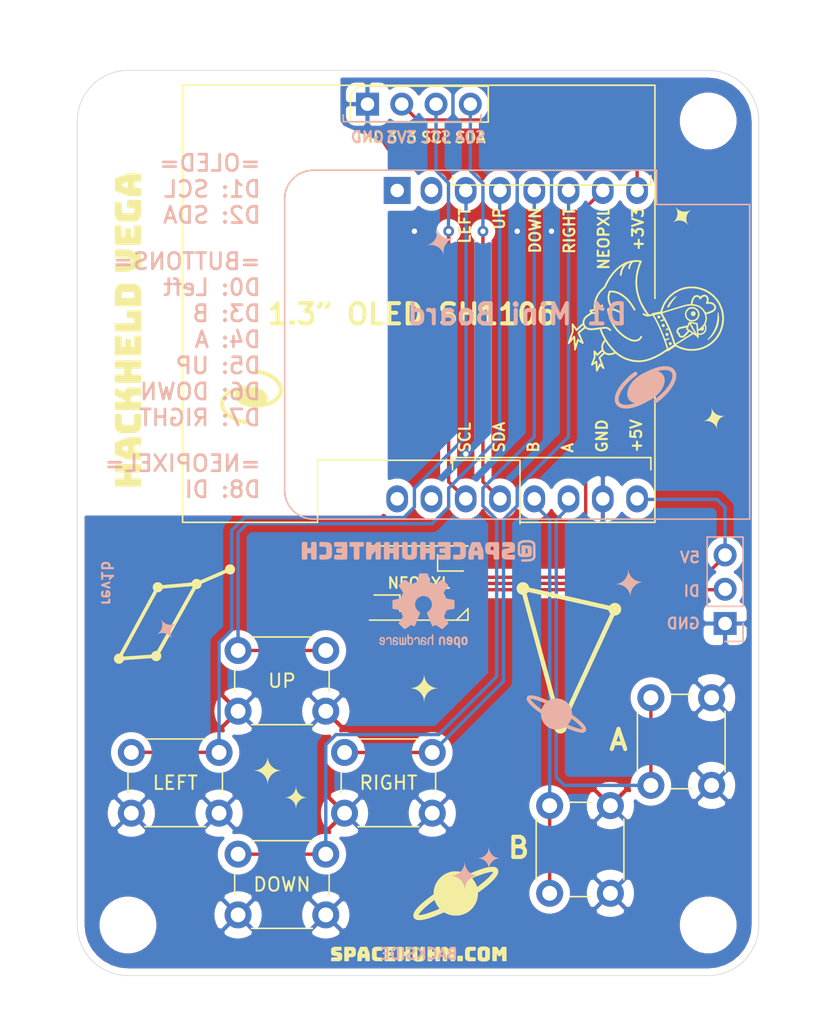
<source format=kicad_pcb>
(kicad_pcb (version 20171130) (host pcbnew 5.1.11-e4df9d881f~92~ubuntu20.04.1)
  (title_block (title "Hackheld Vega PCB") (date 2021-08-06) (rev 1) (company "Spacehuhn Technologies") (comment 1 "Designed with <3 by Stefan"))
  (layers (0 F.Cu signal) (31 B.Cu signal) (34 B.Paste user) (35 F.Paste user) (36 B.SilkS user) (37 F.SilkS user) (38 B.Mask user) (39 F.Mask user) (44 Edge.Cuts user))
  (net 0 "")
  (net 1 +5V)
  (net 2 /NEOPIXEL_OUT)
  (net 3 /NEOPIXEL)
  (net 4 GND)
  (net 5 +3V3)
  (net 6 /SCL)
  (net 7 /SDA)
  (net 8 /LEFT)
  (net 9 /RIGHT)
  (net 10 /UP)
  (net 11 /DOWN)
  (net 12 /A)
  (net 13 /B)
  (net 14 "Net-(U1-Pad16)")
  (net 15 "Net-(U1-Pad15)")
  (net 16 "Net-(U1-Pad1)")
  (net 17 "Net-(U1-Pad2)")
  (module "Hackheld Footprints:Neopixel_5050" (layer F.Cu) (at 125.8 148)
    (fp_text reference D1 hide)
    (fp_text value WS2812B)
    (pad 3 smd roundrect (at 2.45 1.6) (size 1.75 1) (layers F.Cu F.Paste F.Mask) (net 4 GND))
    (pad 4 smd roundrect (at 2.45 -1.6) (size 1.75 1) (layers F.Cu F.Paste F.Mask) (net 3 /NEOPIXEL))
    (pad 2 smd roundrect (at -2.45 1.6) (size 1.75 1) (layers F.Cu F.Paste F.Mask) (net 2 /NEOPIXEL_OUT))
    (pad 1 smd roundrect (at -2.45 -1.6) (size 1.75 1) (layers F.Cu F.Paste F.Mask) (net 1 +5V))
  )
  (module Button_Switch_THT:SW_PUSH_6mm (layer F.Cu) (at 112.41 153)
    (fp_text reference SW3 hide)
    (fp_text value SW_Push)
    (pad 1 thru_hole circle (at 6.5 0 90) (size 2 2) (drill 1.1) (layers *.Cu *.Mask) (net 10 /UP))
    (pad 2 thru_hole circle (at 6.5 4.5 90) (size 2 2) (drill 1.1) (layers *.Cu *.Mask) (net 4 GND))
    (pad 1 thru_hole circle (at 0 0 90) (size 2 2) (drill 1.1) (layers *.Cu *.Mask) (net 10 /UP))
    (pad 2 thru_hole circle (at 0 4.5 90) (size 2 2) (drill 1.1) (layers *.Cu *.Mask) (net 4 GND))
  )
  (module Button_Switch_THT:SW_PUSH_6mm (layer F.Cu) (at 104.5 160.56)
    (fp_text reference SW1 hide)
    (fp_text value SW_Push)
    (pad 1 thru_hole circle (at 6.5 0 90) (size 2 2) (drill 1.1) (layers *.Cu *.Mask) (net 8 /LEFT))
    (pad 2 thru_hole circle (at 6.5 4.5 90) (size 2 2) (drill 1.1) (layers *.Cu *.Mask) (net 4 GND))
    (pad 1 thru_hole circle (at 0 0 90) (size 2 2) (drill 1.1) (layers *.Cu *.Mask) (net 8 /LEFT))
    (pad 2 thru_hole circle (at 0 4.5 90) (size 2 2) (drill 1.1) (layers *.Cu *.Mask) (net 4 GND))
  )
  (module "Hackheld Footprints:planet_regular" (layer B.Cu) (at 136 157.7 180)
    (fp_text reference G*** hide)
    (fp_text value LOGO hide)
  )
  (module "Hackheld Footprints:D1_mini" (layer B.Cu) (at 124.2 118.9 270)
    (fp_text reference U1 hide)
    (fp_text value D1_mini)
    (pad 2 thru_hole oval (at 0 -2.54 270) (size 2 1.6) (drill 1) (layers *.Cu *.Mask) (net 17 "Net-(U1-Pad2)"))
    (pad 1 thru_hole rect (at 0 0 270) (size 2 2) (drill 1) (layers *.Cu *.Mask) (net 16 "Net-(U1-Pad1)"))
    (pad 3 thru_hole oval (at 0 -5.08 270) (size 2 1.6) (drill 1) (layers *.Cu *.Mask) (net 8 /LEFT))
    (pad 4 thru_hole oval (at 0 -7.62 270) (size 2 1.6) (drill 1) (layers *.Cu *.Mask) (net 10 /UP))
    (pad 5 thru_hole oval (at 0 -10.16 270) (size 2 1.6) (drill 1) (layers *.Cu *.Mask) (net 11 /DOWN))
    (pad 6 thru_hole oval (at 0 -12.7 270) (size 2 1.6) (drill 1) (layers *.Cu *.Mask) (net 9 /RIGHT))
    (pad 7 thru_hole oval (at 0 -15.24 270) (size 2 1.6) (drill 1) (layers *.Cu *.Mask) (net 3 /NEOPIXEL))
    (pad 8 thru_hole oval (at 0 -17.78 270) (size 2 1.6) (drill 1) (layers *.Cu *.Mask) (net 5 +3V3))
    (pad 9 thru_hole oval (at 22.86 -17.78 270) (size 2 1.6) (drill 1) (layers *.Cu *.Mask) (net 1 +5V))
    (pad 10 thru_hole oval (at 22.86 -15.24 270) (size 2 1.6) (drill 1) (layers *.Cu *.Mask) (net 4 GND))
    (pad 11 thru_hole oval (at 22.86 -12.7 270) (size 2 1.6) (drill 1) (layers *.Cu *.Mask) (net 12 /A))
    (pad 12 thru_hole oval (at 22.86 -10.16 270) (size 2 1.6) (drill 1) (layers *.Cu *.Mask) (net 13 /B))
    (pad 13 thru_hole oval (at 22.86 -7.62 270) (size 2 1.6) (drill 1) (layers *.Cu *.Mask) (net 7 /SDA))
    (pad 14 thru_hole oval (at 22.86 -5.08 270) (size 2 1.6) (drill 1) (layers *.Cu *.Mask) (net 6 /SCL))
    (pad 15 thru_hole oval (at 22.86 -2.54 270) (size 2 1.6) (drill 1) (layers *.Cu *.Mask) (net 15 "Net-(U1-Pad15)"))
    (pad 16 thru_hole oval (at 22.86 0 270) (size 2 1.6) (drill 1) (layers *.Cu *.Mask) (net 14 "Net-(U1-Pad16)"))
  )
  (module "Hackheld Footprints:HackHeld_Vega" (layer F.Cu) (at 104.25 129.25 90)
    (fp_text reference G*** hide)
    (fp_text value LOGO hide)
  )
  (module "Hackheld Footprints:star_small" (layer B.Cu) (at 127.4 122.7 15)
    (fp_text reference G*** hide)
    (fp_text value LOGO hide)
  )
  (module "Hackheld Footprints:galaxy1_regular" (layer B.Cu) (at 142.6 133.5)
    (fp_text reference G*** hide)
    (fp_text value LOGO hide)
  )
  (module "Hackheld Footprints:star_tiny" (layer B.Cu) (at 107.1 151.4 30)
    (fp_text reference G*** hide)
    (fp_text value LOGO hide)
  )
  (module "Hackheld Footprints:star_small" (layer B.Cu) (at 141.4 148 5)
    (fp_text reference G*** hide)
    (fp_text value LOGO hide)
  )
  (module "Hackheld Footprints:star_tiny" (layer B.Cu) (at 131 168.4)
    (fp_text reference G*** hide)
    (fp_text value LOGO hide)
  )
  (module "Hackheld Footprints:star_small" (layer B.Cu) (at 129.2 169.7)
    (fp_text reference G*** hide)
    (fp_text value LOGO hide)
  )
  (module "Hackheld Footprints:@spacehuhntech_big" (layer B.Cu) (at 125.8 145.6 180)
    (fp_text reference G*** hide)
    (fp_text value LOGO hide)
  )
  (module Symbol:OSHW-Logo2_7.3x6mm_SilkScreen (layer B.Cu) (at 126.15 150.05 180)
    (fp_text reference REF** hide)
    (fp_text value OSHW-Logo2_7.3x6mm_SilkScreen hide)
  )
  (module "Hackheld Footprints:lyra" (layer F.Cu) (at 107.7 150.3 345)
    (fp_text reference G*** hide)
    (fp_text value LOGO hide)
  )
  (module "Hackheld Footprints:summer_triangle" (layer F.Cu) (at 136.45 153.7 354)
    (fp_text reference G*** hide)
    (fp_text value LOGO hide)
  )
  (module "Hackheld Footprints:star_tiny" (layer F.Cu) (at 147.7 135.8 15)
    (fp_text reference G*** hide)
    (fp_text value LOGO hide)
  )
  (module "Hackheld Footprints:star_tiny" (layer F.Cu) (at 145.3 120.8 35)
    (fp_text reference G*** hide)
    (fp_text value LOGO hide)
  )
  (module "Hackheld Footprints:star_small" (layer F.Cu) (at 126.2 155.8 90)
    (fp_text reference G*** hide)
    (fp_text value LOGO hide)
  )
  (module "Hackheld Footprints:star_tiny" (layer F.Cu) (at 116.7 163.9)
    (fp_text reference G*** hide)
    (fp_text value LOGO hide)
  )
  (module "Hackheld Footprints:star_small" (layer F.Cu) (at 114.6 161.9)
    (fp_text reference G*** hide)
    (fp_text value LOGO hide)
  )
  (module "Hackheld Footprints:galaxy2_regular" (layer F.Cu) (at 113.4 134.2 30)
    (fp_text reference G*** hide)
    (fp_text value LOGO hide)
  )
  (module "Hackheld Footprints:spacehuhn" (layer F.Cu) (at 142.3 128.423536 300)
    (fp_text reference G*** hide)
    (fp_text value LOGO hide)
  )
  (module "Hackheld Footprints:planet_big" (layer F.Cu) (at 128.55 171)
    (fp_text reference G*** hide)
    (fp_text value LOGO hide)
  )
  (module "Hackheld Footprints:spacehuhncom" (layer F.Cu) (at 125.803597 175.5)
    (fp_text reference G*** hide)
    (fp_text value LOGO hide)
  )
  (module "Hackheld Footprints:PinSocket_OLED" (layer F.Cu) (at 122 112.5 90)
    (fp_text reference J1 hide)
    (fp_text value Conn_01x04_Female)
    (fp_text user 3V3 (at -2.4765 2.54 180) (layer F.SilkS) (effects (font (size 0.8 0.8) (thickness 0.16))))
    (fp_text user GND (at -2.4765 0 180) (layer F.SilkS) (effects (font (size 0.8 0.8) (thickness 0.16))))
    (fp_text user SCL (at -2.4765 5.08 180) (layer F.SilkS) (effects (font (size 0.8 0.8) (thickness 0.16))))
    (fp_text user SDA (at -2.4765 7.62 180) (layer F.SilkS) (effects (font (size 0.8 0.8) (thickness 0.16))))
    (pad 4 thru_hole oval (at 0 7.62 90) (size 1.7 1.7) (drill 1) (layers *.Cu *.Mask) (net 7 /SDA))
    (pad 3 thru_hole oval (at 0 5.08 90) (size 1.7 1.7) (drill 1) (layers *.Cu *.Mask) (net 6 /SCL))
    (pad 2 thru_hole oval (at 0 2.54 90) (size 1.7 1.7) (drill 1) (layers *.Cu *.Mask) (net 5 +3V3))
    (pad 1 thru_hole rect (at 0 0 90) (size 1.7 1.7) (drill 1) (layers *.Cu *.Mask) (net 4 GND))
  )
  (module MountingHole:MountingHole_3.2mm_M3 (layer F.Cu) (at 104.25 113.75)
    (fp_text reference REF** hide)
    (fp_text value MountingHole_3.2mm_M3)
    (pad 1 np_thru_hole circle (at 0 0) (size 3.2 3.2) (drill 3.2) (layers *.Cu *.Mask))
  )
  (module MountingHole:MountingHole_3.2mm_M3 (layer F.Cu) (at 104.25 173.35)
    (fp_text reference REF** hide)
    (fp_text value MountingHole_3.2mm_M3)
    (pad 1 np_thru_hole circle (at 0 0) (size 3.2 3.2) (drill 3.2) (layers *.Cu *.Mask))
  )
  (module MountingHole:MountingHole_3.2mm_M3 (layer F.Cu) (at 147.25 173.35)
    (fp_text reference REF** hide)
    (fp_text value MountingHole_3.2mm_M3)
    (pad 1 np_thru_hole circle (at 0 0) (size 3.2 3.2) (drill 3.2) (layers *.Cu *.Mask))
  )
  (module MountingHole:MountingHole_3.2mm_M3 (layer F.Cu) (at 147.25 113.75)
    (fp_text reference REF** hide)
    (fp_text value MountingHole_3.2mm_M3)
    (pad 1 np_thru_hole circle (at 0 0) (size 3.2 3.2) (drill 3.2) (layers *.Cu *.Mask))
  )
  (module Connector_PinSocket_2.54mm:PinSocket_1x03_P2.54mm_Vertical (layer B.Cu) (at 148.5 151)
    (fp_text reference J2 hide)
    (fp_text value Conn_01x03_Female)
    (pad 3 thru_hole oval (at 0 -5.08) (size 1.7 1.7) (drill 1) (layers *.Cu *.Mask) (net 1 +5V))
    (pad 2 thru_hole oval (at 0 -2.54) (size 1.7 1.7) (drill 1) (layers *.Cu *.Mask) (net 2 /NEOPIXEL_OUT))
    (pad 1 thru_hole rect (at 0 0) (size 1.7 1.7) (drill 1) (layers *.Cu *.Mask) (net 4 GND))
  )
  (module Button_Switch_THT:SW_PUSH_6mm (layer F.Cu) (at 135.5 171 90)
    (fp_text reference SW6 hide)
    (fp_text value SW_Push)
    (pad 1 thru_hole circle (at 6.5 0 180) (size 2 2) (drill 1.1) (layers *.Cu *.Mask) (net 13 /B))
    (pad 2 thru_hole circle (at 6.5 4.5 180) (size 2 2) (drill 1.1) (layers *.Cu *.Mask) (net 4 GND))
    (pad 1 thru_hole circle (at 0 0 180) (size 2 2) (drill 1.1) (layers *.Cu *.Mask) (net 13 /B))
    (pad 2 thru_hole circle (at 0 4.5 180) (size 2 2) (drill 1.1) (layers *.Cu *.Mask) (net 4 GND))
  )
  (module Button_Switch_THT:SW_PUSH_6mm (layer F.Cu) (at 143 163 90)
    (fp_text reference SW5 hide)
    (fp_text value SW_Push)
    (pad 1 thru_hole circle (at 6.5 0 180) (size 2 2) (drill 1.1) (layers *.Cu *.Mask) (net 12 /A))
    (pad 2 thru_hole circle (at 6.5 4.5 180) (size 2 2) (drill 1.1) (layers *.Cu *.Mask) (net 4 GND))
    (pad 1 thru_hole circle (at 0 0 180) (size 2 2) (drill 1.1) (layers *.Cu *.Mask) (net 12 /A))
    (pad 2 thru_hole circle (at 0 4.5 180) (size 2 2) (drill 1.1) (layers *.Cu *.Mask) (net 4 GND))
  )
  (module Button_Switch_THT:SW_PUSH_6mm (layer F.Cu) (at 112.41 168.1)
    (fp_text reference SW4 hide)
    (fp_text value SW_Push)
    (pad 1 thru_hole circle (at 6.5 0 90) (size 2 2) (drill 1.1) (layers *.Cu *.Mask) (net 11 /DOWN))
    (pad 2 thru_hole circle (at 6.5 4.5 90) (size 2 2) (drill 1.1) (layers *.Cu *.Mask) (net 4 GND))
    (pad 1 thru_hole circle (at 0 0 90) (size 2 2) (drill 1.1) (layers *.Cu *.Mask) (net 11 /DOWN))
    (pad 2 thru_hole circle (at 0 4.5 90) (size 2 2) (drill 1.1) (layers *.Cu *.Mask) (net 4 GND))
  )
  (module Button_Switch_THT:SW_PUSH_6mm (layer F.Cu) (at 120.3 160.56)
    (fp_text reference SW2 hide)
    (fp_text value SW_Push)
    (pad 1 thru_hole circle (at 6.5 0 90) (size 2 2) (drill 1.1) (layers *.Cu *.Mask) (net 9 /RIGHT))
    (pad 2 thru_hole circle (at 6.5 4.5 90) (size 2 2) (drill 1.1) (layers *.Cu *.Mask) (net 4 GND))
    (pad 1 thru_hole circle (at 0 0 90) (size 2 2) (drill 1.1) (layers *.Cu *.Mask) (net 9 /RIGHT))
    (pad 2 thru_hole circle (at 0 4.5 90) (size 2 2) (drill 1.1) (layers *.Cu *.Mask) (net 4 GND))
  )
  (gr_line (start 130.4 113.8) (end 130.4 113.3) (layer B.SilkS) (width 0.12))
  (gr_text GND (at 122 114.935) (layer B.SilkS) (effects (font (size 0.8 0.8) (thickness 0.16)) (justify mirror)))
  (gr_text SCL (at 127.08 114.935) (layer B.SilkS) (effects (font (size 0.8 0.8) (thickness 0.16)) (justify mirror)))
  (gr_line (start 118.3 138.9) (end 133.3 138.9) (layer F.SilkS) (width 0.12))
  (gr_line (start 120.2 113.8) (end 120.2 113.3) (layer B.SilkS) (width 0.12))
  (gr_line (start 120.2 113.8) (end 130.4 113.8) (layer B.SilkS) (width 0.12))
  (gr_text 3V3 (at 124.54 114.935) (layer B.SilkS) (effects (font (size 0.8 0.8) (thickness 0.16)) (justify mirror)))
  (gr_text SDA (at 129.62 114.935) (layer B.SilkS) (effects (font (size 0.8 0.8) (thickness 0.16)) (justify mirror)))
  (gr_text rev1b (at 102.7 148 -90) (layer B.SilkS) (effects (font (size 0.8 0.8) (thickness 0.16)) (justify mirror)))
  (gr_text LEFT (at 129.216 121.489048 90) (layer F.SilkS) (effects (font (size 0.8 0.8) (thickness 0.16))))
  (gr_text UP (at 131.756 120.974762 90) (layer F.SilkS) (effects (font (size 0.8 0.8) (thickness 0.16))))
  (gr_text +3V3 (at 142.044 121.755714 90) (layer F.SilkS) (effects (font (size 0.8 0.8) (thickness 0.16))))
  (gr_text +5V (at 141.916 137.095238 90) (layer F.SilkS) (effects (font (size 0.8 0.8) (thickness 0.16))))
  (gr_text GND (at 139.376 137.095238 90) (layer F.SilkS) (effects (font (size 0.8 0.8) (thickness 0.16))))
  (gr_text NEOPXL (at 139.504 122.460476 90) (layer F.SilkS) (effects (font (size 0.8 0.8) (thickness 0.16))))
  (gr_text DOWN (at 134.424 121.850952 90) (layer F.SilkS) (effects (font (size 0.8 0.8) (thickness 0.16))))
  (gr_text RIGHT (at 136.964 121.87 90) (layer F.SilkS) (effects (font (size 0.8 0.8) (thickness 0.16))))
  (gr_text A (at 136.836 137.971429 90) (layer F.SilkS) (effects (font (size 0.8 0.8) (thickness 0.16))))
  (gr_text B (at 134.296 137.914286 90) (layer F.SilkS) (effects (font (size 0.8 0.8) (thickness 0.16))))
  (gr_text SDA (at 131.756 137.190477 90) (layer F.SilkS) (effects (font (size 0.8 0.8) (thickness 0.16))))
  (gr_text SCL (at 129.216 137.209524 90) (layer F.SilkS) (effects (font (size 0.8 0.8) (thickness 0.16))))
  (gr_text "=OLED=\nD1: SCL\nD2: SDA" (at 114.2 118.8) (layer B.SilkS) (effects (font (size 1.2 1.2) (thickness 0.2)) (justify left mirror)))
  (gr_text "=BUTTONS=\nD0: Left\nD3: B\nD4: A\nD5: UP\nD6: DOWN\nD7: RIGHT" (at 114.2 129.95) (layer B.SilkS) (effects (font (size 1.2 1.2) (thickness 0.2)) (justify left mirror)))
  (gr_text "=NEOPIXEL=\nD8: DI" (at 114.2 140.1) (layer B.SilkS) (effects (font (size 1.2 1.2) (thickness 0.2)) (justify left mirror)))
  (gr_line (start 143 118.5) (end 143 117.8) (layer F.SilkS) (width 0.12))
  (gr_line (start 128.3 118.5) (end 128.3 117.8) (layer F.SilkS) (width 0.12))
  (gr_line (start 143 118.5) (end 128.3 118.5) (layer F.SilkS) (width 0.12))
  (gr_line (start 143 138.7) (end 143 139.6) (layer F.SilkS) (width 0.12))
  (gr_line (start 128.3 138.7) (end 143 138.7) (layer F.SilkS) (width 0.12))
  (gr_line (start 128.3 139.6) (end 128.3 138.7) (layer F.SilkS) (width 0.12))
  (gr_text "1.3” OLED SH1106" (at 125.3 128.075) (layer F.SilkS) (effects (font (size 1.5 1.5) (thickness 0.3))))
  (gr_text BACKSIDE (at 125.8 175.5) (layer B.SilkS) (effects (font (size 0.8 0.8) (thickness 0.16)) (justify mirror)))
  (gr_line (start 143.3 143.5) (end 143.3 132.3) (layer F.SilkS) (width 0.12))
  (gr_line (start 143.3 111.1) (end 143.3 126.9) (layer F.SilkS) (width 0.12))
  (gr_text "D1 Mini Board" (at 133.09 128.075) (layer B.SilkS) (effects (font (size 1.5 1.5) (thickness 0.3)) (justify mirror)))
  (gr_line (start 108.3 111.1) (end 143.3 111.1) (layer F.SilkS) (width 0.12))
  (gr_line (start 118.3 143.5) (end 108.3 143.5) (layer F.SilkS) (width 0.12))
  (gr_line (start 133.3 143.5) (end 143.3 143.5) (layer F.SilkS) (width 0.12))
  (gr_line (start 133.3 138.9) (end 133.3 143.6) (layer F.SilkS) (width 0.12))
  (gr_line (start 118.3 143.5) (end 118.3 138.8) (layer F.SilkS) (width 0.12))
  (gr_text A (at 140.6 159.629999) (layer F.SilkS) (effects (font (size 1.5 1.5) (thickness 0.3))))
  (gr_text B (at 133.2 167.629999) (layer F.SilkS) (effects (font (size 1.5 1.5) (thickness 0.3))))
  (gr_text DOWN (at 115.66 170.35) (layer F.SilkS) (effects (font (size 1 1))))
  (gr_text RIGHT (at 123.55 162.81) (layer F.SilkS) (effects (font (size 1 1))))
  (gr_text LEFT (at 107.75 162.81) (layer F.SilkS) (effects (font (size 1 1))))
  (gr_text UP (at 115.66 155.25) (layer F.SilkS) (effects (font (size 1 1))))
  (gr_text NEOPXL (at 125.8 148) (layer F.SilkS) (effects (font (size 0.8 0.8))))
  (gr_text 5V (at 145.895238 146.1) (layer B.SilkS) (effects (font (size 0.8 0.8) (thickness 0.16)) (justify mirror)))
  (gr_text DI (at 146.028572 148.6) (layer B.SilkS) (effects (font (size 0.8 0.8) (thickness 0.16)) (justify mirror)))
  (gr_text GND (at 145.4 151) (layer B.SilkS) (effects (font (size 0.8 0.8) (thickness 0.16)) (justify mirror)))
  (gr_line (start 108.3 143.5) (end 108.3 111.1) (layer F.SilkS) (width 0.12))
  (gr_arc (start 104.25 113.75) (end 104.25 110) (angle -90) (layer Edge.Cuts) (width 0.05))
  (gr_arc (start 147.25 113.75) (end 151 113.75) (angle -90) (layer Edge.Cuts) (width 0.05))
  (gr_arc (start 147.25 173.35) (end 147.25 177.1) (angle -90) (layer Edge.Cuts) (width 0.05))
  (gr_arc (start 104.25 173.35) (end 100.5 173.35) (angle -90) (layer Edge.Cuts) (width 0.05))
  (gr_line (start 104.25 110) (end 147.25 110) (layer Edge.Cuts) (width 0.05))
  (gr_line (start 100.5 173.35) (end 100.5 113.75) (layer Edge.Cuts) (width 0.05))
  (gr_line (start 147.25 177.1) (end 104.25 177.1) (layer Edge.Cuts) (width 0.05))
  (gr_line (start 151 173.35) (end 151 113.75) (layer Edge.Cuts) (width 0.05))
  (segment (start 148.5 145.42) (end 148.42 145.5) (width 0.25) (layer F.Cu) (net 1))
  (segment (start 148.5 145.445) (end 148.055 145.445) (width 0.25) (layer F.Cu) (net 1))
  (segment (start 148.12 145.8) (end 148.5 145.42) (width 0.25) (layer B.Cu) (net 1))
  (segment (start 148.5 145.92) (end 148.5 145.9876) (width 0.25) (layer F.Cu) (net 1))
  (segment (start 148.5 145.9876) (end 146.4564 148.0312) (width 0.25) (layer F.Cu) (net 1))
  (segment (start 146.4564 148.0312) (end 125.3617 148.0312) (width 0.25) (layer F.Cu) (net 1))
  (segment (start 125.3617 148.0312) (end 123.7305 146.4) (width 0.25) (layer F.Cu) (net 1))
  (segment (start 123.7305 146.4) (end 122.85 146.4) (width 0.25) (layer F.Cu) (net 1))
  (segment (start 148.5 142.404) (end 148.5 145.92) (width 0.25) (layer B.Cu) (net 1))
  (segment (start 147.896 141.8) (end 148.5 142.404) (width 0.25) (layer B.Cu) (net 1))
  (segment (start 142.02 141.8) (end 147.896 141.8) (width 0.25) (layer B.Cu) (net 1))
  (segment (start 141.98 141.76) (end 142.02 141.8) (width 0.25) (layer B.Cu) (net 1))
  (segment (start 148.21 148.25) (end 148.5 147.96) (width 0.25) (layer F.Cu) (net 2))
  (segment (start 147.985 148.5) (end 147.980589 148.495589) (width 0.25) (layer F.Cu) (net 2))
  (segment (start 147.980589 148.495589) (end 128.718 148.495589) (width 0.25) (layer F.Cu) (net 2))
  (segment (start 124.8167 148.5) (end 123.7167 149.6) (width 0.25) (layer F.Cu) (net 2))
  (segment (start 128.718 148.495589) (end 128.713589 148.5) (width 0.25) (layer F.Cu) (net 2))
  (segment (start 128.713589 148.5) (end 124.8167 148.5) (width 0.25) (layer F.Cu) (net 2))
  (segment (start 123.7167 149.6) (end 122.85 149.6) (width 0.25) (layer F.Cu) (net 2))
  (segment (start 128.6565 146.4) (end 127.75 146.4) (width 0.25) (layer F.Cu) (net 3))
  (segment (start 129.8305 147.574) (end 128.6565 146.4) (width 0.25) (layer F.Cu) (net 3))
  (segment (start 136.779 147.574) (end 129.8305 147.574) (width 0.25) (layer F.Cu) (net 3))
  (segment (start 138.17092 146.18208) (end 136.779 147.574) (width 0.25) (layer F.Cu) (net 3))
  (segment (start 138.17092 120.16908) (end 138.17092 146.18208) (width 0.25) (layer F.Cu) (net 3))
  (segment (start 139.38 118.96) (end 138.17092 120.16908) (width 0.25) (layer F.Cu) (net 3))
  (segment (start 139.4 118.96) (end 139.38 118.96) (width 0.25) (layer F.Cu) (net 3))
  (segment (start 139.34 118.9) (end 139.4 118.96) (width 0.25) (layer F.Cu) (net 3))
  (segment (start 127.85 149.5) (end 127.75 149.6) (width 0.25) (layer F.Cu) (net 4))
  (segment (start 148.5 150.525) (end 148.475 150.5) (width 0.25) (layer F.Cu) (net 4))
  (segment (start 148.5 151) (end 147.975 151) (width 0.25) (layer F.Cu) (net 4))
  (segment (start 104.87 165.06) (end 104.5 165.06) (width 0.25) (layer B.Cu) (net 4))
  (segment (start 126.45 165.06) (end 126.8 165.06) (width 0.25) (layer B.Cu) (net 4))
  (segment (start 147.5 163.5) (end 147.5 163) (width 0.25) (layer B.Cu) (net 4))
  (segment (start 122 112.5) (end 122 111.8) (width 0.25) (layer B.Cu) (net 4))
  (segment (start 128.25 149.6) (end 128.6189 149.6) (width 0.25) (layer F.Cu) (net 4))
  (via (at 129.286 138.43) (size 0.8) (drill 0.4) (layers F.Cu B.Cu) (net 4))
  (segment (start 135.636 116.586) (end 135.636 121.92) (width 0.25) (layer B.Cu) (net 4))
  (segment (start 133.096 121.92) (end 133.096 116.586) (width 0.25) (layer B.Cu) (net 4))
  (segment (start 125.476 121.92) (end 125.525001 121.870999) (width 0.25) (layer B.Cu) (net 4))
  (via (at 125.476 121.92) (size 0.8) (drill 0.4) (layers F.Cu B.Cu) (net 4))
  (segment (start 135.509 116.459) (end 135.636 116.586) (width 0.25) (layer B.Cu) (net 4))
  (segment (start 133.096 116.586) (end 133.223 116.459) (width 0.25) (layer B.Cu) (net 4))
  (segment (start 133.223 116.459) (end 135.509 116.459) (width 0.25) (layer B.Cu) (net 4))
  (segment (start 127.8255 110.744) (end 128.3335 111.252) (width 0.25) (layer B.Cu) (net 4))
  (segment (start 122.301 110.744) (end 127.8255 110.744) (width 0.25) (layer B.Cu) (net 4))
  (segment (start 122 111.045) (end 122.301 110.744) (width 0.25) (layer B.Cu) (net 4))
  (segment (start 128.3335 111.252) (end 128.3335 115.57) (width 0.25) (layer B.Cu) (net 4))
  (segment (start 122 112.5) (end 122 111.045) (width 0.25) (layer B.Cu) (net 4))
  (via (at 135.636 121.92) (size 0.8) (drill 0.4) (layers F.Cu B.Cu) (net 4))
  (via (at 133.096 121.92) (size 0.8) (drill 0.4) (layers F.Cu B.Cu) (net 4))
  (segment (start 141.88 118.88) (end 141.88 118.9) (width 0.25) (layer F.Cu) (net 5))
  (segment (start 141.361001 113.675001) (end 125.715001 113.675001) (width 0.25) (layer F.Cu) (net 5))
  (segment (start 125.715001 113.675001) (end 124.54 112.5) (width 0.25) (layer F.Cu) (net 5))
  (segment (start 141.98 114.294) (end 141.361001 113.675001) (width 0.25) (layer F.Cu) (net 5))
  (segment (start 141.98 118.9) (end 141.98 114.294) (width 0.25) (layer F.Cu) (net 5))
  (segment (start 127.08 112.5) (end 127.08 117.428) (width 0.25) (layer B.Cu) (net 6))
  (segment (start 127.08 117.428) (end 128.003002 118.351002) (width 0.25) (layer B.Cu) (net 6))
  (segment (start 128.003002 118.351002) (end 128.003002 121.803002) (width 0.25) (layer B.Cu) (net 6))
  (segment (start 128.016 140.496) (end 128.016 121.92) (width 0.25) (layer F.Cu) (net 6))
  (segment (start 129.28 141.76) (end 128.016 140.496) (width 0.25) (layer F.Cu) (net 6))
  (via (at 128.016 121.92) (size 0.8) (drill 0.4) (layers F.Cu B.Cu) (net 6))
  (segment (start 130.556 140.496) (end 130.556 121.926) (width 0.25) (layer F.Cu) (net 7))
  (segment (start 131.82 141.76) (end 130.556 140.496) (width 0.25) (layer F.Cu) (net 7))
  (segment (start 129.62 112.5) (end 129.62 117.428) (width 0.25) (layer B.Cu) (net 7))
  (segment (start 129.62 117.428) (end 130.556 118.364) (width 0.25) (layer B.Cu) (net 7))
  (segment (start 130.556 118.364) (end 130.556 121.926) (width 0.25) (layer B.Cu) (net 7))
  (via (at 130.556 121.926) (size 0.8) (drill 0.4) (layers F.Cu B.Cu) (net 7))
  (segment (start 111 160.55) (end 104.5 160.55) (width 0.25) (layer F.Cu) (net 8))
  (segment (start 129.18 118.9) (end 129.3 119.02) (width 0.25) (layer B.Cu) (net 8))
  (segment (start 129.3 119.02) (end 129.3 137.146) (width 0.25) (layer B.Cu) (net 8))
  (segment (start 129.3 137.146) (end 125.476 140.97) (width 0.25) (layer B.Cu) (net 8))
  (segment (start 125.476 140.97) (end 125.476 142.367) (width 0.25) (layer B.Cu) (net 8))
  (segment (start 125.476 142.367) (end 124.7013 143.1417) (width 0.25) (layer B.Cu) (net 8))
  (segment (start 112.8903 143.1417) (end 111.9378 144.0942) (width 0.25) (layer B.Cu) (net 8))
  (segment (start 124.7013 143.1417) (end 112.8903 143.1417) (width 0.25) (layer B.Cu) (net 8))
  (segment (start 111.9378 151.4856) (end 111 152.4234) (width 0.25) (layer B.Cu) (net 8))
  (segment (start 111.9378 144.0942) (end 111.9378 151.4856) (width 0.25) (layer B.Cu) (net 8))
  (segment (start 111 152.4234) (end 111 160.56) (width 0.25) (layer B.Cu) (net 8))
  (segment (start 126.8 160.56) (end 120.3 160.56) (width 0.25) (layer F.Cu) (net 9))
  (segment (start 132.08 143.291004) (end 132.08 155.28) (width 0.25) (layer B.Cu) (net 9))
  (segment (start 133.096 142.275004) (end 132.08 143.291004) (width 0.25) (layer B.Cu) (net 9))
  (segment (start 133.096 140.97) (end 133.096 142.275004) (width 0.25) (layer B.Cu) (net 9))
  (segment (start 136.9 137.166) (end 133.096 140.97) (width 0.25) (layer B.Cu) (net 9))
  (segment (start 136.9 118.9) (end 136.9 137.166) (width 0.25) (layer B.Cu) (net 9))
  (segment (start 132.08 155.28) (end 126.8 160.56) (width 0.25) (layer B.Cu) (net 9))
  (segment (start 118.95 153) (end 112.45 153) (width 0.25) (layer F.Cu) (net 10))
  (segment (start 113.07318 143.5989) (end 112.41 144.26208) (width 0.25) (layer B.Cu) (net 10))
  (segment (start 112.41 144.26208) (end 112.41 153) (width 0.25) (layer B.Cu) (net 10))
  (segment (start 126.7841 143.5989) (end 113.07318 143.5989) (width 0.25) (layer B.Cu) (net 10))
  (segment (start 128.016 142.367) (end 126.7841 143.5989) (width 0.25) (layer B.Cu) (net 10))
  (segment (start 128.016 140.97) (end 128.016 142.367) (width 0.25) (layer B.Cu) (net 10))
  (segment (start 131.8 137.186) (end 128.016 140.97) (width 0.25) (layer B.Cu) (net 10))
  (segment (start 131.8 118.98) (end 131.8 137.186) (width 0.25) (layer B.Cu) (net 10))
  (segment (start 131.72 118.9) (end 131.8 118.98) (width 0.25) (layer B.Cu) (net 10))
  (segment (start 118.91 168.1) (end 111.7 168.1) (width 0.25) (layer F.Cu) (net 11))
  (segment (start 130.556 140.97) (end 134.36 137.166) (width 0.25) (layer B.Cu) (net 11))
  (segment (start 130.556 142.287004) (end 130.556 140.97) (width 0.25) (layer B.Cu) (net 11))
  (segment (start 131.572 154.94) (end 131.572 143.303004) (width 0.25) (layer B.Cu) (net 11))
  (segment (start 127.277001 159.234999) (end 131.572 154.94) (width 0.25) (layer B.Cu) (net 11))
  (segment (start 131.572 143.303004) (end 130.556 142.287004) (width 0.25) (layer B.Cu) (net 11))
  (segment (start 119.663999 159.234999) (end 127.277001 159.234999) (width 0.25) (layer B.Cu) (net 11))
  (segment (start 118.91 159.988998) (end 119.663999 159.234999) (width 0.25) (layer B.Cu) (net 11))
  (segment (start 134.36 137.166) (end 134.36 118.9) (width 0.25) (layer B.Cu) (net 11))
  (segment (start 118.91 168.1) (end 118.91 159.988998) (width 0.25) (layer B.Cu) (net 11))
  (segment (start 143 163) (end 143 156.5) (width 0.25) (layer F.Cu) (net 12))
  (segment (start 135.9916 143.312704) (end 136.9 142.404304) (width 0.25) (layer B.Cu) (net 12))
  (segment (start 135.9916 162.4076) (end 135.9916 143.312704) (width 0.25) (layer B.Cu) (net 12))
  (segment (start 136.9 142.404304) (end 136.9 141.76) (width 0.25) (layer B.Cu) (net 12))
  (segment (start 136.584 163) (end 135.9916 162.4076) (width 0.25) (layer B.Cu) (net 12))
  (segment (start 143 163) (end 136.584 163) (width 0.25) (layer B.Cu) (net 12))
  (segment (start 135.5 171) (end 135.5 164.5) (width 0.25) (layer F.Cu) (net 13))
  (segment (start 134.36 141.76) (end 134.36 142.1705) (width 0.25) (layer B.Cu) (net 13))
  (segment (start 134.36 142.1705) (end 135.5 143.3105) (width 0.25) (layer B.Cu) (net 13))
  (segment (start 135.5 143.3105) (end 135.5 164.5) (width 0.25) (layer B.Cu) (net 13))
  (zone (net 0) (net_name "") (layers F&B.Cu) (connect_pads (clearance 0.508)) (min_thickness 0.254)
    (keepout (tracks not_allowed) (vias not_allowed) (copperpour not_allowed))
    (fill (arc_segments 32) (thermal_gap 0.508) (thermal_bridge_width 0.508))
    (polygon (pts (xy 119.75 114.25) (xy 123 115.75) (xy 123 142.75) (xy 99.568 142.75) (xy 99.568 109.22) (xy 119.75 109.22)))
  )
  (zone (net 4) (net_name GND) (layer B.Cu) (connect_pads (clearance 0.508)) (min_thickness 0.254) (fill yes (arc_segments 32) (thermal_gap 0.75) (thermal_bridge_width 0.3) (smoothing chamfer) (radius 0.25))
    (polygon (pts (xy 152 177.8) (xy 99.5 177.8) (xy 99.5 143) (xy 123.5 143) (xy 123.5 115.5) (xy 120 114) (xy 120 109.22) (xy 152 109.22)))
  )
  (zone (net 4) (net_name GND) (layer F.Cu) (connect_pads (clearance 0.508)) (min_thickness 0.254) (fill yes (arc_segments 32) (thermal_gap 0.75) (thermal_bridge_width 0.3) (smoothing chamfer) (radius 0.5))
    (polygon (pts (xy 151.892 109.227) (xy 151.892 178.014) (xy 99.568 178) (xy 99.568 143) (xy 123.5 143) (xy 123.5 115.5) (xy 120 114) (xy 120 109.213)))
  )
)
</source>
